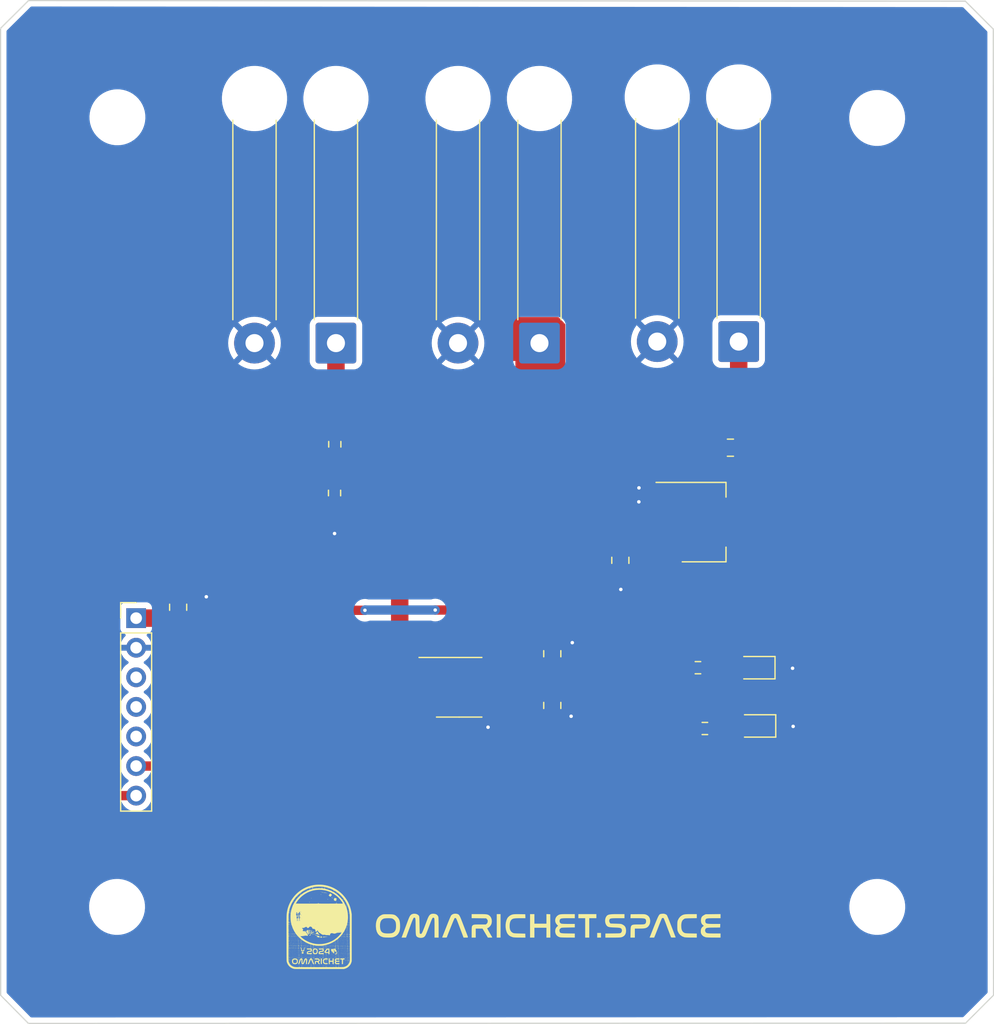
<source format=kicad_pcb>
(kicad_pcb (version 20211014) (generator pcbnew)
  (layers (0 "F.Cu" signal) (31 "B.Cu" power) (34 "B.Paste" user) (35 "F.Paste" user) (36 "B.SilkS" user "B.Silkscreen") (37 "F.SilkS" user "F.Silkscreen") (38 "B.Mask" user) (39 "F.Mask" user) (44 "Edge.Cuts" user))
  (net 0 "")
  (net 1 "GND")
  (net 2 "IP-")
  (net 3 "SOL_in")
  (net 4 "SOL_out")
  (net 5 "IP+")
  (net 6 "Net-(D2-Pad2)")
  (net 7 "CH5")
  (net 8 "CH4")
  (net 9 "Net-(C3-Pad1)")
  (net 13 "Net-(D1-Pad2)")
  (footprint "Connector_Wire:SolderWire-0.75sqmm_1x02_P7mm_D1.25mm_OD3.5mm_Relief" (layer "F.Cu") (at 119.89 70.63 180)
    (fp_text reference "J1" (at 3.5 -2.95 180) (layer "F.Cu"))
    (fp_text value "Conn_01x02_Male")
    (pad "" np_thru_hole circle (at 7 21 180) (size 4 4) (drill 4) (layers *.Cu *.Mask))
    (pad "" np_thru_hole circle (at 0 21 180) (size 4 4) (drill 4) (layers *.Cu *.Mask))
    (pad "1" thru_hole roundrect (at 0 0 180) (size 3.5 3.5) (drill 1.55) (layers *.Cu *.Mask) (roundrect_rratio 0.07142914286) (net 5 "IP+"))
    (pad "2" thru_hole circle (at 7 0 180) (size 3.5 3.5) (drill 1.55) (layers *.Cu *.Mask) (net 1 "GND"))
  )
  (footprint "Connector_PinHeader_2.54mm:PinHeader_1x07_P2.54mm_Vertical" (layer "F.Cu") (at 102.72 94.245)
    (fp_text reference "J2" (at 0 -2.33) (layer "F.Cu"))
    (fp_text value "Conn_01x07_Male")
    (pad "1" thru_hole rect (at 0 0) (size 1.7 1.7) (drill 1) (layers *.Cu *.Mask) (net 2 "IP-"))
    (pad "2" thru_hole oval (at 0 2.54) (size 1.7 1.7) (drill 1) (layers *.Cu *.Mask) (net 1 "GND"))
    (pad "3" thru_hole oval (at 0 5.08) (size 1.7 1.7) (drill 1) (layers *.Cu *.Mask))
    (pad "4" thru_hole oval (at 0 7.62) (size 1.7 1.7) (drill 1) (layers *.Cu *.Mask))
    (pad "5" thru_hole oval (at 0 10.16) (size 1.7 1.7) (drill 1) (layers *.Cu *.Mask))
    (pad "6" thru_hole oval (at 0 12.7) (size 1.7 1.7) (drill 1) (layers *.Cu *.Mask) (net 7 "CH5"))
    (pad "7" thru_hole oval (at 0 15.24) (size 1.7 1.7) (drill 1) (layers *.Cu *.Mask) (net 8 "CH4"))
  )
  (footprint "Capacitor_SMD:C_0805_2012Metric" (layer "F.Cu") (at 138.48 101.74 -90)
    (fp_text reference "C3" (at 2.71 0 180) (layer "F.Cu"))
    (fp_text value "1nF")
    (pad "1" smd roundrect (at -0.95 0 270) (size 1 1.45) (layers "F.Cu" "F.Paste" "F.Mask") (net 9 "Net-(C3-Pad1)"))
    (pad "2" smd roundrect (at 0.95 0 270) (size 1 1.45) (layers "F.Cu" "F.Paste" "F.Mask") (net 1 "GND"))
  )
  (footprint "Package_TO_SOT_SMD:SOT-223-3_TabPin2" (layer "F.Cu") (at 151.5 86)
    (fp_text reference "U1" (at -2.91 -4.58) (layer "F.Cu"))
    (fp_text value "AMS1117-5.0")
    (pad "1" smd rect (at -3.15 -2.3) (size 2 1.5) (layers "F.Cu" "F.Paste" "F.Mask") (net 1 "GND"))
    (pad "2" smd rect (at 3.15 0) (size 2 3.8) (layers "F.Cu" "F.Paste" "F.Mask") (net 4 "SOL_out"))
    (pad "2" smd rect (at -3.15 0) (size 2 1.5) (layers "F.Cu" "F.Paste" "F.Mask") (net 4 "SOL_out"))
    (pad "3" smd rect (at -3.15 2.3) (size 2 1.5) (layers "F.Cu" "F.Paste" "F.Mask") (net 3 "SOL_in"))
  )
  (footprint "LED_SMD:LED_0805_2012Metric" (layer "F.Cu") (at 155.9375 98.5 180)
    (fp_text reference "D1" (at 0.0625 2.5) (layer "F.Cu"))
    (fp_text value "LED")
    (pad "1" smd roundrect (at -0.9375 0 180) (size 0.975 1.4) (layers "F.Cu" "F.Paste" "F.Mask") (net 1 "GND"))
    (pad "2" smd roundrect (at 0.9375 0 180) (size 0.975 1.4) (layers "F.Cu" "F.Paste" "F.Mask") (net 13 "Net-(D1-Pad2)"))
  )
  (footprint "MountingHole:MountingHole_3.2mm_M3" (layer "F.Cu") (at 101.11 51.24)
    (fp_text reference "H1" hide)
    (fp_text value "MountingHole")
    (pad "" np_thru_hole circle (at 0 0) (size 3.2 3.2) (drill 3.2) (layers *.Cu *.Mask))
  )
  (footprint "Capacitor_SMD:C_0805_2012Metric" (layer "F.Cu") (at 144.33 89.28 -90)
    (fp_text reference "C5" (at -2.95 0 180) (layer "F.Cu"))
    (fp_text value "10u")
    (pad "1" smd roundrect (at -0.95 0 270) (size 1 1.45) (layers "F.Cu" "F.Paste" "F.Mask") (net 3 "SOL_in"))
    (pad "2" smd roundrect (at 0.95 0 270) (size 1 1.45) (layers "F.Cu" "F.Paste" "F.Mask") (net 1 "GND"))
  )
  (footprint "Capacitor_SMD:C_0805_2012Metric" (layer "F.Cu") (at 106.33 93.31 -90)
    (fp_text reference "C1" (at 2.94 0 180) (layer "F.Cu"))
    (fp_text value "10u")
    (pad "1" smd roundrect (at -0.95 0 270) (size 1 1.45) (layers "F.Cu" "F.Paste" "F.Mask") (net 1 "GND"))
    (pad "2" smd roundrect (at 0.95 0 270) (size 1 1.45) (layers "F.Cu" "F.Paste" "F.Mask") (net 2 "IP-"))
  )
  (footprint "LOGO" (layer "F.Cu") (at 138.141727 120.805978)
    (fp_text reference "G***" hide)
    (fp_text value "LOGO" hide)
  )
  (footprint "MountingHole:MountingHole_3.2mm_M3" (layer "F.Cu") (at 166.41 119.04)
    (fp_text reference "H3" hide)
    (fp_text value "MountingHole")
    (pad "" np_thru_hole circle (at 0 0) (size 3.2 3.2) (drill 3.2) (layers *.Cu *.Mask))
  )
  (footprint "MountingHole:MountingHole_3.2mm_M3" (layer "F.Cu") (at 166.4 51.3)
    (fp_text reference "H4" hide)
    (fp_text value "MountingHole")
    (pad "" np_thru_hole circle (at 0 0) (size 3.2 3.2) (drill 3.2) (layers *.Cu *.Mask))
  )
  (footprint "Package_SO:SOIC-8_3.9x4.9mm_P1.27mm" (layer "F.Cu") (at 130.48 100.18)
    (fp_text reference "U2" (at 0 -3.4) (layer "F.Cu"))
    (fp_text value "ACS712xLCTR-05B")
    (pad "1" smd roundrect (at -2.475 -1.905) (size 1.95 0.6) (layers "F.Cu" "F.Paste" "F.Mask") (net 5 "IP+"))
    (pad "2" smd roundrect (at -2.475 -0.635) (size 1.95 0.6) (layers "F.Cu" "F.Paste" "F.Mask") (net 5 "IP+"))
    (pad "3" smd roundrect (at -2.475 0.635) (size 1.95 0.6) (layers "F.Cu" "F.Paste" "F.Mask") (net 2 "IP-"))
    (pad "4" smd roundrect (at -2.475 1.905) (size 1.95 0.6) (layers "F.Cu" "F.Paste" "F.Mask") (net 2 "IP-"))
    (pad "5" smd roundrect (at 2.475 1.905) (size 1.95 0.6) (layers "F.Cu" "F.Paste" "F.Mask") (net 1 "GND"))
    (pad "6" smd roundrect (at 2.475 0.635) (size 1.95 0.6) (layers "F.Cu" "F.Paste" "F.Mask") (net 9 "Net-(C3-Pad1)"))
    (pad "7" smd roundrect (at 2.475 -0.635) (size 1.95 0.6) (layers "F.Cu" "F.Paste" "F.Mask") (net 7 "CH5"))
    (pad "8" smd roundrect (at 2.475 -1.905) (size 1.95 0.6) (layers "F.Cu" "F.Paste" "F.Mask") (net 2 "IP-"))
  )
  (footprint "Capacitor_SMD:C_0805_2012Metric" (layer "F.Cu") (at 153.79 79.61 180)
    (fp_text reference "C4" (at -3.81 -0.04) (layer "F.Cu"))
    (fp_text value "10u")
    (pad "1" smd roundrect (at -0.95 0 180) (size 1 1.45) (layers "F.Cu" "F.Paste" "F.Mask") (net 4 "SOL_out"))
    (pad "2" smd roundrect (at 0.95 0 180) (size 1 1.45) (layers "F.Cu" "F.Paste" "F.Mask") (net 1 "GND"))
  )
  (footprint "LOGO" (layer "F.Cu") (at 118.18 120.93)
    (fp_text reference "G***" hide)
    (fp_text value "LOGO" hide)
  )
  (footprint "LED_SMD:LED_0805_2012Metric" (layer "F.Cu") (at 156 103.5 180)
    (fp_text reference "D2" (at 0 2.22 180) (layer "F.Cu"))
    (fp_text value "LED")
    (pad "1" smd roundrect (at -0.9375 0 180) (size 0.975 1.4) (layers "F.Cu" "F.Paste" "F.Mask") (net 1 "GND"))
    (pad "2" smd roundrect (at 0.9375 0 180) (size 0.975 1.4) (layers "F.Cu" "F.Paste" "F.Mask") (net 6 "Net-(D2-Pad2)"))
  )
  (footprint "Resistor_SMD:R_0603_1608Metric" (layer "F.Cu") (at 119.79 79.315 -90)
    (fp_text reference "R1" (at 0 2.442 180) (layer "F.Cu"))
    (fp_text value "7.5k")
    (pad "1" smd roundrect (at -0.825 0 270) (size 0.8 0.95) (layers "F.Cu" "F.Paste" "F.Mask") (net 5 "IP+"))
    (pad "2" smd roundrect (at 0.825 0 270) (size 0.8 0.95) (layers "F.Cu" "F.Paste" "F.Mask") (net 8 "CH4"))
  )
  (footprint "Resistor_SMD:R_0603_1608Metric" (layer "F.Cu") (at 151.595 103.72)
    (fp_text reference "R3" (at -0.095 -2.22) (layer "F.Cu"))
    (fp_text value "1k")
    (pad "1" smd roundrect (at -0.825 0) (size 0.8 0.95) (layers "F.Cu" "F.Paste" "F.Mask") (net 2 "IP-"))
    (pad "2" smd roundrect (at 0.825 0) (size 0.8 0.95) (layers "F.Cu" "F.Paste" "F.Mask") (net 6 "Net-(D2-Pad2)"))
  )
  (footprint "Resistor_SMD:R_0603_1608Metric" (layer "F.Cu") (at 151 98.5)
    (fp_text reference "R4" (at 0 -1.43) (layer "F.Cu"))
    (fp_text value "1k")
    (pad "1" smd roundrect (at -0.825 0) (size 0.8 0.95) (layers "F.Cu" "F.Paste" "F.Mask") (net 4 "SOL_out"))
    (pad "2" smd roundrect (at 0.825 0) (size 0.8 0.95) (layers "F.Cu" "F.Paste" "F.Mask") (net 13 "Net-(D1-Pad2)"))
  )
  (footprint "MountingHole:MountingHole_3.2mm_M3" (layer "F.Cu") (at 101.08 119.04)
    (fp_text reference "H2" hide)
    (fp_text value "MountingHole")
    (pad "" np_thru_hole circle (at 0 0) (size 3.2 3.2) (drill 3.2) (layers F&B.Cu *.Mask))
  )
  (footprint "Connector_Wire:SolderWire-0.75sqmm_1x02_P7mm_D1.25mm_OD3.5mm_Relief" (layer "F.Cu") (at 154.5 70.5 180)
    (fp_text reference "J4" (at 3.5 -2.95) (layer "F.Cu"))
    (fp_text value "Conn_01x02_Male")
    (pad "" np_thru_hole circle (at 0 21 180) (size 4 4) (drill 4) (layers *.Cu *.Mask))
    (pad "" np_thru_hole circle (at 7 21 180) (size 4 4) (drill 4) (layers *.Cu *.Mask))
    (pad "1" thru_hole roundrect (at 0 0 180) (size 3.5 3.5) (drill 1.55) (layers *.Cu *.Mask) (roundrect_rratio 0.07142914286) (net 4 "SOL_out"))
    (pad "2" thru_hole circle (at 7 0 180) (size 3.5 3.5) (drill 1.55) (layers *.Cu *.Mask) (net 1 "GND"))
  )
  (footprint "Resistor_SMD:R_0603_1608Metric" (layer "F.Cu") (at 119.77 83.5 -90)
    (fp_text reference "R2" (at -0.005 -1.89 180) (layer "F.Cu"))
    (fp_text value "30k")
    (pad "1" smd roundrect (at -0.825 0 270) (size 0.8 0.95) (layers "F.Cu" "F.Paste" "F.Mask") (net 8 "CH4"))
    (pad "2" smd roundrect (at 0.825 0 270) (size 0.8 0.95) (layers "F.Cu" "F.Paste" "F.Mask") (net 1 "GND"))
  )
  (footprint "Capacitor_SMD:C_0805_2012Metric" (layer "F.Cu") (at 138.48 97.3 -90)
    (fp_text reference "C2" (at -2.64 0.02 180) (layer "F.Cu"))
    (fp_text value "1nF")
    (pad "1" smd roundrect (at -0.95 0 270) (size 1 1.45) (layers "F.Cu" "F.Paste" "F.Mask") (net 1 "GND"))
    (pad "2" smd roundrect (at 0.95 0 270) (size 1 1.45) (layers "F.Cu" "F.Paste" "F.Mask") (net 2 "IP-"))
  )
  (footprint "Connector_Wire:SolderWire-0.75sqmm_1x02_P7mm_D1.25mm_OD3.5mm_Relief" (layer "F.Cu") (at 137.38 70.63 180)
    (fp_text reference "J3" (at 3.5 -2.95) (layer "F.Cu"))
    (fp_text value "Conn_01x02_Male")
    (pad "" np_thru_hole circle (at 7 21 180) (size 4 4) (drill 4) (layers *.Cu *.Mask))
    (pad "" np_thru_hole circle (at 0 21 180) (size 4 4) (drill 4) (layers *.Cu *.Mask))
    (pad "1" thru_hole roundrect (at 0 0 180) (size 3.5 3.5) (drill 1.55) (layers *.Cu *.Mask) (roundrect_rratio 0.07142914286) (net 3 "SOL_in"))
    (pad "2" thru_hole circle (at 7 0 180) (size 3.5 3.5) (drill 1.55) (layers *.Cu *.Mask) (net 1 "GND"))
  )
  (gr_line (start 91.08 126.63) (end 91.07 43.6) (layer "Edge.Cuts") (width 0.1))
  (gr_line (start 93.46 129.04) (end 174 129.02) (layer "Edge.Cuts") (width 0.1))
  (gr_line (start 93.47 41.22) (end 91.07 43.6) (layer "Edge.Cuts") (width 0.1))
  (gr_line (start 91.08 126.63) (end 93.46 129.04) (layer "Edge.Cuts") (width 0.1))
  (gr_line (start 176.4 126.62) (end 176.38 43.67) (layer "Edge.Cuts") (width 0.1))
  (gr_line (start 173.98 41.27) (end 93.47 41.22) (layer "Edge.Cuts") (width 0.1))
  (gr_line (start 174 129.02) (end 176.4 126.62) (layer "Edge.Cuts") (width 0.1))
  (gr_line (start 176.38 43.67) (end 173.98 41.27) (layer "Edge.Cuts") (width 0.1))
  (segment (start 119.77 86.98) (end 119.77 84.475) (width 1.5) (layer "F.Cu") (net 1))
  (segment (start 140.2 96.35) (end 138.48 96.35) (width 0.8) (layer "F.Cu") (net 1))
  (segment (start 144.37 91.78) (end 144.37 90.27) (width 0.8) (layer "F.Cu") (net 1))
  (segment (start 132.955 103.605) (end 132.96 103.61) (width 0.8) (layer "F.Cu") (net 1))
  (segment (start 144.37 90.27) (end 144.33 90.23) (width 0.8) (layer "F.Cu") (net 1))
  (segment (start 140.08 102.69) (end 140.1 102.67) (width 0.8) (layer "F.Cu") (net 1))
  (segment (start 156.9375 103.5) (end 159.14 103.5) (width 0.8) (layer "F.Cu") (net 1))
  (segment (start 106.33 92.36) (end 108.7 92.36) (width 0.8) (layer "F.Cu") (net 1))
  (segment (start 108.7 92.36) (end 108.75 92.41) (width 0.8) (layer "F.Cu") (net 1))
  (segment (start 132.955 102.085) (end 132.955 103.605) (width 0.8) (layer "F.Cu") (net 1))
  (segment (start 138.48 102.69) (end 140.08 102.69) (width 0.8) (layer "F.Cu") (net 1))
  (segment (start 159.08 98.5) (end 159.13 98.55) (width 0.8) (layer "F.Cu") (net 1))
  (segment (start 156.875 98.5) (end 159.08 98.5) (width 0.8) (layer "F.Cu") (net 1))
  (segment (start 159.14 103.5) (end 159.18 103.54) (width 0.8) (layer "F.Cu") (net 1))
  (via (at 159.18 103.54) (size 0.7) (drill 0.3) (layers "F.Cu" "B.Cu") (net 1))
  (via (at 144.37 91.78) (size 0.7) (drill 0.3) (layers "F.Cu" "B.Cu") (net 1))
  (via (at 140.1 102.67) (size 0.7) (drill 0.3) (layers "F.Cu" "B.Cu") (net 1))
  (via (at 145.92 84.26) (size 0.7) (drill 0.3) (layers "F.Cu" "B.Cu") (net 1))
  (via (at 140.2 96.35) (size 0.7) (drill 0.3) (layers "F.Cu" "B.Cu") (net 1))
  (via (at 132.96 103.61) (size 0.7) (drill 0.3) (layers "F.Cu" "B.Cu") (net 1))
  (via (at 159.13 98.55) (size 0.7) (drill 0.3) (layers "F.Cu" "B.Cu") (net 1))
  (via (at 119.77 86.98) (size 0.7) (drill 0.3) (layers "F.Cu" "B.Cu") (net 1))
  (via (at 145.93 83.06) (size 0.7) (drill 0.3) (layers "F.Cu" "B.Cu") (net 1))
  (via (at 108.75 92.41) (size 0.7) (drill 0.3) (layers "F.Cu" "B.Cu") (net 1))
  (segment (start 128.005 102.085) (end 128.005 101.265) (width 1.5) (layer "F.Cu") (net 2))
  (segment (start 138.23 98) (end 138.48 98.25) (width 0.8) (layer "F.Cu") (net 2))
  (segment (start 132.955 98.275) (end 132.99 98.31) (width 0.8) (layer "F.Cu") (net 2))
  (segment (start 132.99 98.31) (end 135.3 98.31) (width 0.8) (layer "F.Cu") (net 2))
  (segment (start 112.8 96.62) (end 118.265 102.085) (width 1.5) (layer "F.Cu") (net 2))
  (segment (start 135.3 98.31) (end 135.61 98) (width 0.8) (layer "F.Cu") (net 2))
  (segment (start 116.88 93.57) (end 113.83 96.62) (width 0.8) (layer "F.Cu") (net 2))
  (segment (start 135.61 95.65) (end 133.51 93.55) (width 0.8) (layer "F.Cu") (net 2))
  (segment (start 113.83 96.62) (end 112.8 96.62) (width 0.8) (layer "F.Cu") (net 2))
  (segment (start 135.61 98) (end 135.61 95.65) (width 0.8) (layer "F.Cu") (net 2))
  (segment (start 102.72 94.245) (end 106.315 94.245) (width 1.5) (layer "F.Cu") (net 2))
  (segment (start 138.48 98.25) (end 141.52 98.25) (width 0.8) (layer "F.Cu") (net 2))
  (segment (start 118.265 102.085) (end 128.005 102.085) (width 1.5) (layer "F.Cu") (net 2))
  (segment (start 110.44 94.26) (end 112.8 96.62) (width 1.5) (layer "F.Cu") (net 2))
  (segment (start 122.38 93.57) (end 116.88 93.57) (width 0.8) (layer "F.Cu") (net 2))
  (segment (start 106.33 94.26) (end 110.44 94.26) (width 1.5) (layer "F.Cu") (net 2))
  (segment (start 106.315 94.245) (end 106.33 94.26) (width 1.5) (layer "F.Cu") (net 2))
  (segment (start 146.99 103.72) (end 150.77 103.72) (width 0.8) (layer "F.Cu") (net 2))
  (segment (start 141.52 98.25) (end 146.99 103.72) (width 0.8) (layer "F.Cu") (net 2))
  (segment (start 133.51 93.55) (end 128.42 93.55) (width 0.8) (layer "F.Cu") (net 2))
  (segment (start 135.61 98) (end 138.23 98) (width 0.8) (layer "F.Cu") (net 2))
  (via (at 122.38 93.57) (size 0.7) (drill 0.3) (layers "F.Cu" "B.Cu") (net 2))
  (via (at 128.42 93.55) (size 0.7) (drill 0.3) (layers "F.Cu" "B.Cu") (net 2))
  (segment (start 128.42 93.55) (end 122.4 93.55) (width 0.8) (layer "B.Cu") (net 2))
  (segment (start 122.4 93.55) (end 122.38 93.57) (width 0.8) (layer "B.Cu") (net 2))
  (segment (start 154.65 91.51) (end 154.65 86) (width 0.8) (layer "F.Cu") (net 4))
  (segment (start 150.22 92.78) (end 153.38 92.78) (width 0.8) (layer "F.Cu") (net 4))
  (segment (start 147.8 97.21) (end 147.8 95.2) (width 0.8) (layer "F.Cu") (net 4))
  (segment (start 150.175 98.5) (end 149.09 98.5) (width 0.8) (layer "F.Cu") (net 4))
  (segment (start 149.09 98.5) (end 147.8 97.21) (width 0.8) (layer "F.Cu") (net 4))
  (segment (start 147.8 95.2) (end 150.22 92.78) (width 0.8) (layer "F.Cu") (net 4))
  (segment (start 154.5 70.5) (end 154.5 79.37) (width 1.5) (layer "F.Cu") (net 4))
  (segment (start 153.38 92.78) (end 154.65 91.51) (width 0.8) (layer "F.Cu") (net 4))
  (segment (start 154.5 79.37) (end 154.74 79.61) (width 1.5) (layer "F.Cu") (net 4))
  (segment (start 119.89 70.63) (end 119.89 78.39) (width 1.5) (layer "F.Cu") (net 5))
  (segment (start 125.37 97.54) (end 125.35 97.56) (width 1.5) (layer "F.Cu") (net 5))
  (segment (start 126.065 98.275) (end 128.005 98.275) (width 1.5) (layer "F.Cu") (net 5))
  (segment (start 125.35 97.56) (end 126.065 98.275) (width 1.5) (layer "F.Cu") (net 5))
  (segment (start 125.37 79.34) (end 125.37 97.54) (width 1.5) (layer "F.Cu") (net 5))
  (segment (start 119.79 78.49) (end 124.52 78.49) (width 1.5) (layer "F.Cu") (net 5))
  (segment (start 124.52 78.49) (end 125.37 79.34) (width 1.5) (layer "F.Cu") (net 5))
  (segment (start 128.005 98.275) (end 128.005 99.465) (width 1.5) (layer "F.Cu") (net 5))
  (segment (start 119.89 78.39) (end 119.79 78.49) (width 1.5) (layer "F.Cu") (net 5))
  (segment (start 152.42 103.72) (end 154.8425 103.72) (width 0.8) (layer "F.Cu") (net 6))
  (segment (start 154.8425 103.72) (end 155.0625 103.5) (width 0.8) (layer "F.Cu") (net 6))
  (segment (start 132.955 99.545) (end 131.455 99.545) (width 0.8) (layer "F.Cu") (net 7))
  (segment (start 131.455 99.545) (end 130.55 100.45) (width 0.8) (layer "F.Cu") (net 7))
  (segment (start 128.095 106.945) (end 130.55 104.49) (width 0.8) (layer "F.Cu") (net 7))
  (segment (start 102.72 106.945) (end 128.095 106.945) (width 0.8) (layer "F.Cu") (net 7))
  (segment (start 130.55 100.45) (end 130.55 104.49) (width 0.8) (layer "F.Cu") (net 7))
  (segment (start 98.73 85.97) (end 98.73 107.83) (width 0.8) (layer "F.Cu") (net 8))
  (segment (start 102.025 82.675) (end 98.73 85.97) (width 0.8) (layer "F.Cu") (net 8))
  (segment (start 119.77 82.675) (end 119.77 80.29) (width 1.5) (layer "F.Cu") (net 8))
  (segment (start 119.77 82.675) (end 102.025 82.675) (width 0.8) (layer "F.Cu") (net 8))
  (segment (start 119.77 80.29) (end 119.79 80.29) (width 1.5) (layer "F.Cu") (net 8))
  (segment (start 100.385 109.485) (end 102.72 109.485) (width 0.8) (layer "F.Cu") (net 8))
  (segment (start 98.73 107.83) (end 100.385 109.485) (width 0.8) (layer "F.Cu") (net 8))
  (segment (start 138.455 100.815) (end 138.48 100.79) (width 0.8) (layer "F.Cu") (net 9))
  (segment (start 132.955 100.815) (end 138.455 100.815) (width 0.8) (layer "F.Cu") (net 9))
  (segment (start 155 98.5) (end 151.825 98.5) (width 0.8) (layer "F.Cu") (net 13))
  (zone (net 1) (net_name "GND") (layer "F.Cu") (connect_pads yes (clearance 0.5)) (min_thickness 0.254) (fill yes (thermal_gap 0.508) (thermal_bridge_width 0.508))
    (polygon (pts (xy 153.5 79.01) (xy 153.52 80.21) (xy 152.62 81.7) (xy 150.31 84.27) (xy 149.36 84.55) (xy 147.32 84.74) (xy 145.228644 84.87486) (xy 145.23 82.7) (xy 147.4 82.69) (xy 149.58 81.9) (xy 151.93 80) (xy 151.92 78.79) (xy 152.48 78.79) (xy 153.21 78.79)))
  )
  (zone (net 3) (net_name "SOL_in") (layer "F.Cu") (connect_pads yes (clearance 0.5)) (min_thickness 0.254) (fill yes (thermal_gap 0.508) (thermal_bridge_width 0.508))
    (polygon (pts (xy 139.6 69.01) (xy 139.6 71.8) (xy 139.56 82.36) (xy 141.12 86.62) (xy 143.47 87.48) (xy 143.684349 87.474759) (xy 145.23 87.49) (xy 146.72 87.5) (xy 147.35 87.5) (xy 149.44 87.5) (xy 149.71 87.72) (xy 149.71 88.86) (xy 149.44 89.28) (xy 147.34 89.28) (xy 146.74 88.89) (xy 144.4 88.88) (xy 143.71 88.88) (xy 142.72 88.83) (xy 137.53 88.92) (xy 135.63 86.07) (xy 134.97 82.05) (xy 134.98 72.12) (xy 134.98 72.11) (xy 134.96 68.99) (xy 135.41 68.39) (xy 139.01 68.39)))
  )
  (zone (net 4) (net_name "SOL_out") (layer "F.Cu") (connect_pads yes (clearance 0.5)) (min_thickness 0.254) (fill yes (thermal_gap 0.508) (thermal_bridge_width 0.508))
    (polygon (pts (xy 155.37 78.99) (xy 155.36 80.06) (xy 155.37 81.36) (xy 155.37 83.79) (xy 155.87 83.99) (xy 155.88 87.83) (xy 155.61 88.1) (xy 153.59 88.1) (xy 152.89 86.87) (xy 147.480874 86.852992) (xy 147.19 86.71) (xy 147.19 85.31) (xy 149.91 85.08) (xy 151.62 84.11) (xy 153.48 82.18) (xy 154.09 80.29) (xy 154.09 78.97) (xy 154.26 78.74) (xy 155.22 78.74)))
  )
  (zone locked (net 1) (net_name "GND") (layer "B.Cu") (connect_pads (clearance 0.508)) (min_thickness 0.254) (fill yes (thermal_gap 0.508) (thermal_bridge_width 0.508))
    (polygon (pts (xy 176.38 41.29) (xy 176.4 129.03) (xy 91.07 129.02) (xy 91.08 41.22)))
  )
)
</source>
